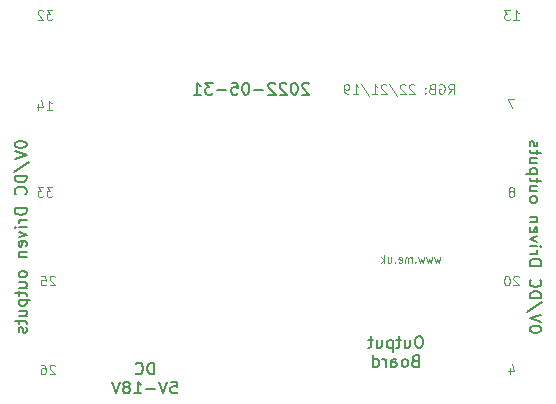
<source format=gbr>
%TF.GenerationSoftware,KiCad,Pcbnew,(6.0.5-0)*%
%TF.CreationDate,2022-05-31T16:46:48+01:00*%
%TF.ProjectId,Relay10,52656c61-7931-4302-9e6b-696361645f70,1*%
%TF.SameCoordinates,Original*%
%TF.FileFunction,Legend,Bot*%
%TF.FilePolarity,Positive*%
%FSLAX46Y46*%
G04 Gerber Fmt 4.6, Leading zero omitted, Abs format (unit mm)*
G04 Created by KiCad (PCBNEW (6.0.5-0)) date 2022-05-31 16:46:48*
%MOMM*%
%LPD*%
G01*
G04 APERTURE LIST*
%ADD10C,0.100000*%
%ADD11C,0.150000*%
G04 APERTURE END LIST*
D10*
X124652380Y-27111904D02*
X125109523Y-27111904D01*
X124880952Y-27111904D02*
X124880952Y-26311904D01*
X124957142Y-26426190D01*
X125033333Y-26502380D01*
X125109523Y-26540476D01*
X124385714Y-26311904D02*
X123890476Y-26311904D01*
X124157142Y-26616666D01*
X124042857Y-26616666D01*
X123966666Y-26654761D01*
X123928571Y-26692857D01*
X123890476Y-26769047D01*
X123890476Y-26959523D01*
X123928571Y-27035714D01*
X123966666Y-27073809D01*
X124042857Y-27111904D01*
X124271428Y-27111904D01*
X124347619Y-27073809D01*
X124385714Y-27035714D01*
X124347619Y-56578571D02*
X124347619Y-57111904D01*
X124538095Y-56273809D02*
X124728571Y-56845238D01*
X124233333Y-56845238D01*
X125109523Y-48888095D02*
X125071428Y-48850000D01*
X124995238Y-48811904D01*
X124804761Y-48811904D01*
X124728571Y-48850000D01*
X124690476Y-48888095D01*
X124652380Y-48964285D01*
X124652380Y-49040476D01*
X124690476Y-49154761D01*
X125147619Y-49611904D01*
X124652380Y-49611904D01*
X124157142Y-48811904D02*
X124080952Y-48811904D01*
X124004761Y-48850000D01*
X123966666Y-48888095D01*
X123928571Y-48964285D01*
X123890476Y-49116666D01*
X123890476Y-49307142D01*
X123928571Y-49459523D01*
X123966666Y-49535714D01*
X124004761Y-49573809D01*
X124080952Y-49611904D01*
X124157142Y-49611904D01*
X124233333Y-49573809D01*
X124271428Y-49535714D01*
X124309523Y-49459523D01*
X124347619Y-49307142D01*
X124347619Y-49116666D01*
X124309523Y-48964285D01*
X124271428Y-48888095D01*
X124233333Y-48850000D01*
X124157142Y-48811904D01*
D11*
X107357142Y-32547619D02*
X107309523Y-32500000D01*
X107214285Y-32452380D01*
X106976190Y-32452380D01*
X106880952Y-32500000D01*
X106833333Y-32547619D01*
X106785714Y-32642857D01*
X106785714Y-32738095D01*
X106833333Y-32880952D01*
X107404761Y-33452380D01*
X106785714Y-33452380D01*
X106166666Y-32452380D02*
X106071428Y-32452380D01*
X105976190Y-32500000D01*
X105928571Y-32547619D01*
X105880952Y-32642857D01*
X105833333Y-32833333D01*
X105833333Y-33071428D01*
X105880952Y-33261904D01*
X105928571Y-33357142D01*
X105976190Y-33404761D01*
X106071428Y-33452380D01*
X106166666Y-33452380D01*
X106261904Y-33404761D01*
X106309523Y-33357142D01*
X106357142Y-33261904D01*
X106404761Y-33071428D01*
X106404761Y-32833333D01*
X106357142Y-32642857D01*
X106309523Y-32547619D01*
X106261904Y-32500000D01*
X106166666Y-32452380D01*
X105452380Y-32547619D02*
X105404761Y-32500000D01*
X105309523Y-32452380D01*
X105071428Y-32452380D01*
X104976190Y-32500000D01*
X104928571Y-32547619D01*
X104880952Y-32642857D01*
X104880952Y-32738095D01*
X104928571Y-32880952D01*
X105500000Y-33452380D01*
X104880952Y-33452380D01*
X104500000Y-32547619D02*
X104452380Y-32500000D01*
X104357142Y-32452380D01*
X104119047Y-32452380D01*
X104023809Y-32500000D01*
X103976190Y-32547619D01*
X103928571Y-32642857D01*
X103928571Y-32738095D01*
X103976190Y-32880952D01*
X104547619Y-33452380D01*
X103928571Y-33452380D01*
X103500000Y-33071428D02*
X102738095Y-33071428D01*
X102071428Y-32452380D02*
X101976190Y-32452380D01*
X101880952Y-32500000D01*
X101833333Y-32547619D01*
X101785714Y-32642857D01*
X101738095Y-32833333D01*
X101738095Y-33071428D01*
X101785714Y-33261904D01*
X101833333Y-33357142D01*
X101880952Y-33404761D01*
X101976190Y-33452380D01*
X102071428Y-33452380D01*
X102166666Y-33404761D01*
X102214285Y-33357142D01*
X102261904Y-33261904D01*
X102309523Y-33071428D01*
X102309523Y-32833333D01*
X102261904Y-32642857D01*
X102214285Y-32547619D01*
X102166666Y-32500000D01*
X102071428Y-32452380D01*
X100833333Y-32452380D02*
X101309523Y-32452380D01*
X101357142Y-32928571D01*
X101309523Y-32880952D01*
X101214285Y-32833333D01*
X100976190Y-32833333D01*
X100880952Y-32880952D01*
X100833333Y-32928571D01*
X100785714Y-33023809D01*
X100785714Y-33261904D01*
X100833333Y-33357142D01*
X100880952Y-33404761D01*
X100976190Y-33452380D01*
X101214285Y-33452380D01*
X101309523Y-33404761D01*
X101357142Y-33357142D01*
X100357142Y-33071428D02*
X99595238Y-33071428D01*
X99214285Y-32452380D02*
X98595238Y-32452380D01*
X98928571Y-32833333D01*
X98785714Y-32833333D01*
X98690476Y-32880952D01*
X98642857Y-32928571D01*
X98595238Y-33023809D01*
X98595238Y-33261904D01*
X98642857Y-33357142D01*
X98690476Y-33404761D01*
X98785714Y-33452380D01*
X99071428Y-33452380D01*
X99166666Y-33404761D01*
X99214285Y-33357142D01*
X97642857Y-33452380D02*
X98214285Y-33452380D01*
X97928571Y-33452380D02*
X97928571Y-32452380D01*
X98023809Y-32595238D01*
X98119047Y-32690476D01*
X98214285Y-32738095D01*
X82452380Y-37642857D02*
X82452380Y-37738095D01*
X82500000Y-37833333D01*
X82547619Y-37880952D01*
X82642857Y-37928571D01*
X82833333Y-37976190D01*
X83071428Y-37976190D01*
X83261904Y-37928571D01*
X83357142Y-37880952D01*
X83404761Y-37833333D01*
X83452380Y-37738095D01*
X83452380Y-37642857D01*
X83404761Y-37547619D01*
X83357142Y-37500000D01*
X83261904Y-37452380D01*
X83071428Y-37404761D01*
X82833333Y-37404761D01*
X82642857Y-37452380D01*
X82547619Y-37500000D01*
X82500000Y-37547619D01*
X82452380Y-37642857D01*
X82452380Y-38261904D02*
X83452380Y-38595238D01*
X82452380Y-38928571D01*
X82404761Y-39976190D02*
X83690476Y-39119047D01*
X83452380Y-40309523D02*
X82452380Y-40309523D01*
X82452380Y-40547619D01*
X82500000Y-40690476D01*
X82595238Y-40785714D01*
X82690476Y-40833333D01*
X82880952Y-40880952D01*
X83023809Y-40880952D01*
X83214285Y-40833333D01*
X83309523Y-40785714D01*
X83404761Y-40690476D01*
X83452380Y-40547619D01*
X83452380Y-40309523D01*
X83357142Y-41880952D02*
X83404761Y-41833333D01*
X83452380Y-41690476D01*
X83452380Y-41595238D01*
X83404761Y-41452380D01*
X83309523Y-41357142D01*
X83214285Y-41309523D01*
X83023809Y-41261904D01*
X82880952Y-41261904D01*
X82690476Y-41309523D01*
X82595238Y-41357142D01*
X82500000Y-41452380D01*
X82452380Y-41595238D01*
X82452380Y-41690476D01*
X82500000Y-41833333D01*
X82547619Y-41880952D01*
X83452380Y-43071428D02*
X82452380Y-43071428D01*
X82452380Y-43309523D01*
X82500000Y-43452380D01*
X82595238Y-43547619D01*
X82690476Y-43595238D01*
X82880952Y-43642857D01*
X83023809Y-43642857D01*
X83214285Y-43595238D01*
X83309523Y-43547619D01*
X83404761Y-43452380D01*
X83452380Y-43309523D01*
X83452380Y-43071428D01*
X83452380Y-44071428D02*
X82785714Y-44071428D01*
X82976190Y-44071428D02*
X82880952Y-44119047D01*
X82833333Y-44166666D01*
X82785714Y-44261904D01*
X82785714Y-44357142D01*
X83452380Y-44690476D02*
X82785714Y-44690476D01*
X82452380Y-44690476D02*
X82500000Y-44642857D01*
X82547619Y-44690476D01*
X82500000Y-44738095D01*
X82452380Y-44690476D01*
X82547619Y-44690476D01*
X82785714Y-45071428D02*
X83452380Y-45309523D01*
X82785714Y-45547619D01*
X83404761Y-46309523D02*
X83452380Y-46214285D01*
X83452380Y-46023809D01*
X83404761Y-45928571D01*
X83309523Y-45880952D01*
X82928571Y-45880952D01*
X82833333Y-45928571D01*
X82785714Y-46023809D01*
X82785714Y-46214285D01*
X82833333Y-46309523D01*
X82928571Y-46357142D01*
X83023809Y-46357142D01*
X83119047Y-45880952D01*
X82785714Y-46785714D02*
X83452380Y-46785714D01*
X82880952Y-46785714D02*
X82833333Y-46833333D01*
X82785714Y-46928571D01*
X82785714Y-47071428D01*
X82833333Y-47166666D01*
X82928571Y-47214285D01*
X83452380Y-47214285D01*
X83452380Y-48595238D02*
X83404761Y-48500000D01*
X83357142Y-48452380D01*
X83261904Y-48404761D01*
X82976190Y-48404761D01*
X82880952Y-48452380D01*
X82833333Y-48500000D01*
X82785714Y-48595238D01*
X82785714Y-48738095D01*
X82833333Y-48833333D01*
X82880952Y-48880952D01*
X82976190Y-48928571D01*
X83261904Y-48928571D01*
X83357142Y-48880952D01*
X83404761Y-48833333D01*
X83452380Y-48738095D01*
X83452380Y-48595238D01*
X82785714Y-49785714D02*
X83452380Y-49785714D01*
X82785714Y-49357142D02*
X83309523Y-49357142D01*
X83404761Y-49404761D01*
X83452380Y-49500000D01*
X83452380Y-49642857D01*
X83404761Y-49738095D01*
X83357142Y-49785714D01*
X82785714Y-50119047D02*
X82785714Y-50500000D01*
X82452380Y-50261904D02*
X83309523Y-50261904D01*
X83404761Y-50309523D01*
X83452380Y-50404761D01*
X83452380Y-50500000D01*
X82785714Y-50833333D02*
X83785714Y-50833333D01*
X82833333Y-50833333D02*
X82785714Y-50928571D01*
X82785714Y-51119047D01*
X82833333Y-51214285D01*
X82880952Y-51261904D01*
X82976190Y-51309523D01*
X83261904Y-51309523D01*
X83357142Y-51261904D01*
X83404761Y-51214285D01*
X83452380Y-51119047D01*
X83452380Y-50928571D01*
X83404761Y-50833333D01*
X82785714Y-52166666D02*
X83452380Y-52166666D01*
X82785714Y-51738095D02*
X83309523Y-51738095D01*
X83404761Y-51785714D01*
X83452380Y-51880952D01*
X83452380Y-52023809D01*
X83404761Y-52119047D01*
X83357142Y-52166666D01*
X82785714Y-52500000D02*
X82785714Y-52880952D01*
X82452380Y-52642857D02*
X83309523Y-52642857D01*
X83404761Y-52690476D01*
X83452380Y-52785714D01*
X83452380Y-52880952D01*
X83404761Y-53166666D02*
X83452380Y-53261904D01*
X83452380Y-53452380D01*
X83404761Y-53547619D01*
X83309523Y-53595238D01*
X83261904Y-53595238D01*
X83166666Y-53547619D01*
X83119047Y-53452380D01*
X83119047Y-53309523D01*
X83071428Y-53214285D01*
X82976190Y-53166666D01*
X82928571Y-53166666D01*
X82833333Y-53214285D01*
X82785714Y-53309523D01*
X82785714Y-53452380D01*
X82833333Y-53547619D01*
D10*
X85647619Y-26311904D02*
X85152380Y-26311904D01*
X85419047Y-26616666D01*
X85304761Y-26616666D01*
X85228571Y-26654761D01*
X85190476Y-26692857D01*
X85152380Y-26769047D01*
X85152380Y-26959523D01*
X85190476Y-27035714D01*
X85228571Y-27073809D01*
X85304761Y-27111904D01*
X85533333Y-27111904D01*
X85609523Y-27073809D01*
X85647619Y-27035714D01*
X84847619Y-26388095D02*
X84809523Y-26350000D01*
X84733333Y-26311904D01*
X84542857Y-26311904D01*
X84466666Y-26350000D01*
X84428571Y-26388095D01*
X84390476Y-26464285D01*
X84390476Y-26540476D01*
X84428571Y-26654761D01*
X84885714Y-27111904D01*
X84390476Y-27111904D01*
X85859523Y-48888095D02*
X85821428Y-48850000D01*
X85745238Y-48811904D01*
X85554761Y-48811904D01*
X85478571Y-48850000D01*
X85440476Y-48888095D01*
X85402380Y-48964285D01*
X85402380Y-49040476D01*
X85440476Y-49154761D01*
X85897619Y-49611904D01*
X85402380Y-49611904D01*
X84678571Y-48811904D02*
X85059523Y-48811904D01*
X85097619Y-49192857D01*
X85059523Y-49154761D01*
X84983333Y-49116666D01*
X84792857Y-49116666D01*
X84716666Y-49154761D01*
X84678571Y-49192857D01*
X84640476Y-49269047D01*
X84640476Y-49459523D01*
X84678571Y-49535714D01*
X84716666Y-49573809D01*
X84792857Y-49611904D01*
X84983333Y-49611904D01*
X85059523Y-49573809D01*
X85097619Y-49535714D01*
X85859523Y-56388095D02*
X85821428Y-56350000D01*
X85745238Y-56311904D01*
X85554761Y-56311904D01*
X85478571Y-56350000D01*
X85440476Y-56388095D01*
X85402380Y-56464285D01*
X85402380Y-56540476D01*
X85440476Y-56654761D01*
X85897619Y-57111904D01*
X85402380Y-57111904D01*
X84716666Y-56311904D02*
X84869047Y-56311904D01*
X84945238Y-56350000D01*
X84983333Y-56388095D01*
X85059523Y-56502380D01*
X85097619Y-56654761D01*
X85097619Y-56959523D01*
X85059523Y-57035714D01*
X85021428Y-57073809D01*
X84945238Y-57111904D01*
X84792857Y-57111904D01*
X84716666Y-57073809D01*
X84678571Y-57035714D01*
X84640476Y-56959523D01*
X84640476Y-56769047D01*
X84678571Y-56692857D01*
X84716666Y-56654761D01*
X84792857Y-56616666D01*
X84945238Y-56616666D01*
X85021428Y-56654761D01*
X85059523Y-56692857D01*
X85097619Y-56769047D01*
X124576190Y-41654761D02*
X124652380Y-41616666D01*
X124690476Y-41578571D01*
X124728571Y-41502380D01*
X124728571Y-41464285D01*
X124690476Y-41388095D01*
X124652380Y-41350000D01*
X124576190Y-41311904D01*
X124423809Y-41311904D01*
X124347619Y-41350000D01*
X124309523Y-41388095D01*
X124271428Y-41464285D01*
X124271428Y-41502380D01*
X124309523Y-41578571D01*
X124347619Y-41616666D01*
X124423809Y-41654761D01*
X124576190Y-41654761D01*
X124652380Y-41692857D01*
X124690476Y-41730952D01*
X124728571Y-41807142D01*
X124728571Y-41959523D01*
X124690476Y-42035714D01*
X124652380Y-42073809D01*
X124576190Y-42111904D01*
X124423809Y-42111904D01*
X124347619Y-42073809D01*
X124309523Y-42035714D01*
X124271428Y-41959523D01*
X124271428Y-41807142D01*
X124309523Y-41730952D01*
X124347619Y-41692857D01*
X124423809Y-41654761D01*
D11*
X94261904Y-57147380D02*
X94261904Y-56147380D01*
X94023809Y-56147380D01*
X93880952Y-56195000D01*
X93785714Y-56290238D01*
X93738095Y-56385476D01*
X93690476Y-56575952D01*
X93690476Y-56718809D01*
X93738095Y-56909285D01*
X93785714Y-57004523D01*
X93880952Y-57099761D01*
X94023809Y-57147380D01*
X94261904Y-57147380D01*
X92690476Y-57052142D02*
X92738095Y-57099761D01*
X92880952Y-57147380D01*
X92976190Y-57147380D01*
X93119047Y-57099761D01*
X93214285Y-57004523D01*
X93261904Y-56909285D01*
X93309523Y-56718809D01*
X93309523Y-56575952D01*
X93261904Y-56385476D01*
X93214285Y-56290238D01*
X93119047Y-56195000D01*
X92976190Y-56147380D01*
X92880952Y-56147380D01*
X92738095Y-56195000D01*
X92690476Y-56242619D01*
X95690476Y-57757380D02*
X96166666Y-57757380D01*
X96214285Y-58233571D01*
X96166666Y-58185952D01*
X96071428Y-58138333D01*
X95833333Y-58138333D01*
X95738095Y-58185952D01*
X95690476Y-58233571D01*
X95642857Y-58328809D01*
X95642857Y-58566904D01*
X95690476Y-58662142D01*
X95738095Y-58709761D01*
X95833333Y-58757380D01*
X96071428Y-58757380D01*
X96166666Y-58709761D01*
X96214285Y-58662142D01*
X95357142Y-57757380D02*
X95023809Y-58757380D01*
X94690476Y-57757380D01*
X94357142Y-58376428D02*
X93595238Y-58376428D01*
X92595238Y-58757380D02*
X93166666Y-58757380D01*
X92880952Y-58757380D02*
X92880952Y-57757380D01*
X92976190Y-57900238D01*
X93071428Y-57995476D01*
X93166666Y-58043095D01*
X92023809Y-58185952D02*
X92119047Y-58138333D01*
X92166666Y-58090714D01*
X92214285Y-57995476D01*
X92214285Y-57947857D01*
X92166666Y-57852619D01*
X92119047Y-57805000D01*
X92023809Y-57757380D01*
X91833333Y-57757380D01*
X91738095Y-57805000D01*
X91690476Y-57852619D01*
X91642857Y-57947857D01*
X91642857Y-57995476D01*
X91690476Y-58090714D01*
X91738095Y-58138333D01*
X91833333Y-58185952D01*
X92023809Y-58185952D01*
X92119047Y-58233571D01*
X92166666Y-58281190D01*
X92214285Y-58376428D01*
X92214285Y-58566904D01*
X92166666Y-58662142D01*
X92119047Y-58709761D01*
X92023809Y-58757380D01*
X91833333Y-58757380D01*
X91738095Y-58709761D01*
X91690476Y-58662142D01*
X91642857Y-58566904D01*
X91642857Y-58376428D01*
X91690476Y-58281190D01*
X91738095Y-58233571D01*
X91833333Y-58185952D01*
X91357142Y-57757380D02*
X91023809Y-58757380D01*
X90690476Y-57757380D01*
D10*
X119171428Y-33361904D02*
X119438095Y-32980952D01*
X119628571Y-33361904D02*
X119628571Y-32561904D01*
X119323809Y-32561904D01*
X119247619Y-32600000D01*
X119209523Y-32638095D01*
X119171428Y-32714285D01*
X119171428Y-32828571D01*
X119209523Y-32904761D01*
X119247619Y-32942857D01*
X119323809Y-32980952D01*
X119628571Y-32980952D01*
X118409523Y-32600000D02*
X118485714Y-32561904D01*
X118600000Y-32561904D01*
X118714285Y-32600000D01*
X118790476Y-32676190D01*
X118828571Y-32752380D01*
X118866666Y-32904761D01*
X118866666Y-33019047D01*
X118828571Y-33171428D01*
X118790476Y-33247619D01*
X118714285Y-33323809D01*
X118600000Y-33361904D01*
X118523809Y-33361904D01*
X118409523Y-33323809D01*
X118371428Y-33285714D01*
X118371428Y-33019047D01*
X118523809Y-33019047D01*
X117761904Y-32942857D02*
X117647619Y-32980952D01*
X117609523Y-33019047D01*
X117571428Y-33095238D01*
X117571428Y-33209523D01*
X117609523Y-33285714D01*
X117647619Y-33323809D01*
X117723809Y-33361904D01*
X118028571Y-33361904D01*
X118028571Y-32561904D01*
X117761904Y-32561904D01*
X117685714Y-32600000D01*
X117647619Y-32638095D01*
X117609523Y-32714285D01*
X117609523Y-32790476D01*
X117647619Y-32866666D01*
X117685714Y-32904761D01*
X117761904Y-32942857D01*
X118028571Y-32942857D01*
X117228571Y-33285714D02*
X117190476Y-33323809D01*
X117228571Y-33361904D01*
X117266666Y-33323809D01*
X117228571Y-33285714D01*
X117228571Y-33361904D01*
X117228571Y-32866666D02*
X117190476Y-32904761D01*
X117228571Y-32942857D01*
X117266666Y-32904761D01*
X117228571Y-32866666D01*
X117228571Y-32942857D01*
X116276190Y-32638095D02*
X116238095Y-32600000D01*
X116161904Y-32561904D01*
X115971428Y-32561904D01*
X115895238Y-32600000D01*
X115857142Y-32638095D01*
X115819047Y-32714285D01*
X115819047Y-32790476D01*
X115857142Y-32904761D01*
X116314285Y-33361904D01*
X115819047Y-33361904D01*
X115514285Y-32638095D02*
X115476190Y-32600000D01*
X115400000Y-32561904D01*
X115209523Y-32561904D01*
X115133333Y-32600000D01*
X115095238Y-32638095D01*
X115057142Y-32714285D01*
X115057142Y-32790476D01*
X115095238Y-32904761D01*
X115552380Y-33361904D01*
X115057142Y-33361904D01*
X114142857Y-32523809D02*
X114828571Y-33552380D01*
X113914285Y-32638095D02*
X113876190Y-32600000D01*
X113800000Y-32561904D01*
X113609523Y-32561904D01*
X113533333Y-32600000D01*
X113495238Y-32638095D01*
X113457142Y-32714285D01*
X113457142Y-32790476D01*
X113495238Y-32904761D01*
X113952380Y-33361904D01*
X113457142Y-33361904D01*
X112695238Y-33361904D02*
X113152380Y-33361904D01*
X112923809Y-33361904D02*
X112923809Y-32561904D01*
X113000000Y-32676190D01*
X113076190Y-32752380D01*
X113152380Y-32790476D01*
X111780952Y-32523809D02*
X112466666Y-33552380D01*
X111095238Y-33361904D02*
X111552380Y-33361904D01*
X111323809Y-33361904D02*
X111323809Y-32561904D01*
X111400000Y-32676190D01*
X111476190Y-32752380D01*
X111552380Y-32790476D01*
X110714285Y-33361904D02*
X110561904Y-33361904D01*
X110485714Y-33323809D01*
X110447619Y-33285714D01*
X110371428Y-33171428D01*
X110333333Y-33019047D01*
X110333333Y-32714285D01*
X110371428Y-32638095D01*
X110409523Y-32600000D01*
X110485714Y-32561904D01*
X110638095Y-32561904D01*
X110714285Y-32600000D01*
X110752380Y-32638095D01*
X110790476Y-32714285D01*
X110790476Y-32904761D01*
X110752380Y-32980952D01*
X110714285Y-33019047D01*
X110638095Y-33057142D01*
X110485714Y-33057142D01*
X110409523Y-33019047D01*
X110371428Y-32980952D01*
X110333333Y-32904761D01*
D11*
X116773809Y-53897380D02*
X116583333Y-53897380D01*
X116488095Y-53945000D01*
X116392857Y-54040238D01*
X116345238Y-54230714D01*
X116345238Y-54564047D01*
X116392857Y-54754523D01*
X116488095Y-54849761D01*
X116583333Y-54897380D01*
X116773809Y-54897380D01*
X116869047Y-54849761D01*
X116964285Y-54754523D01*
X117011904Y-54564047D01*
X117011904Y-54230714D01*
X116964285Y-54040238D01*
X116869047Y-53945000D01*
X116773809Y-53897380D01*
X115488095Y-54230714D02*
X115488095Y-54897380D01*
X115916666Y-54230714D02*
X115916666Y-54754523D01*
X115869047Y-54849761D01*
X115773809Y-54897380D01*
X115630952Y-54897380D01*
X115535714Y-54849761D01*
X115488095Y-54802142D01*
X115154761Y-54230714D02*
X114773809Y-54230714D01*
X115011904Y-53897380D02*
X115011904Y-54754523D01*
X114964285Y-54849761D01*
X114869047Y-54897380D01*
X114773809Y-54897380D01*
X114440476Y-54230714D02*
X114440476Y-55230714D01*
X114440476Y-54278333D02*
X114345238Y-54230714D01*
X114154761Y-54230714D01*
X114059523Y-54278333D01*
X114011904Y-54325952D01*
X113964285Y-54421190D01*
X113964285Y-54706904D01*
X114011904Y-54802142D01*
X114059523Y-54849761D01*
X114154761Y-54897380D01*
X114345238Y-54897380D01*
X114440476Y-54849761D01*
X113107142Y-54230714D02*
X113107142Y-54897380D01*
X113535714Y-54230714D02*
X113535714Y-54754523D01*
X113488095Y-54849761D01*
X113392857Y-54897380D01*
X113250000Y-54897380D01*
X113154761Y-54849761D01*
X113107142Y-54802142D01*
X112773809Y-54230714D02*
X112392857Y-54230714D01*
X112630952Y-53897380D02*
X112630952Y-54754523D01*
X112583333Y-54849761D01*
X112488095Y-54897380D01*
X112392857Y-54897380D01*
X116345238Y-55983571D02*
X116202380Y-56031190D01*
X116154761Y-56078809D01*
X116107142Y-56174047D01*
X116107142Y-56316904D01*
X116154761Y-56412142D01*
X116202380Y-56459761D01*
X116297619Y-56507380D01*
X116678571Y-56507380D01*
X116678571Y-55507380D01*
X116345238Y-55507380D01*
X116250000Y-55555000D01*
X116202380Y-55602619D01*
X116154761Y-55697857D01*
X116154761Y-55793095D01*
X116202380Y-55888333D01*
X116250000Y-55935952D01*
X116345238Y-55983571D01*
X116678571Y-55983571D01*
X115535714Y-56507380D02*
X115630952Y-56459761D01*
X115678571Y-56412142D01*
X115726190Y-56316904D01*
X115726190Y-56031190D01*
X115678571Y-55935952D01*
X115630952Y-55888333D01*
X115535714Y-55840714D01*
X115392857Y-55840714D01*
X115297619Y-55888333D01*
X115250000Y-55935952D01*
X115202380Y-56031190D01*
X115202380Y-56316904D01*
X115250000Y-56412142D01*
X115297619Y-56459761D01*
X115392857Y-56507380D01*
X115535714Y-56507380D01*
X114345238Y-56507380D02*
X114345238Y-55983571D01*
X114392857Y-55888333D01*
X114488095Y-55840714D01*
X114678571Y-55840714D01*
X114773809Y-55888333D01*
X114345238Y-56459761D02*
X114440476Y-56507380D01*
X114678571Y-56507380D01*
X114773809Y-56459761D01*
X114821428Y-56364523D01*
X114821428Y-56269285D01*
X114773809Y-56174047D01*
X114678571Y-56126428D01*
X114440476Y-56126428D01*
X114345238Y-56078809D01*
X113869047Y-56507380D02*
X113869047Y-55840714D01*
X113869047Y-56031190D02*
X113821428Y-55935952D01*
X113773809Y-55888333D01*
X113678571Y-55840714D01*
X113583333Y-55840714D01*
X112821428Y-56507380D02*
X112821428Y-55507380D01*
X112821428Y-56459761D02*
X112916666Y-56507380D01*
X113107142Y-56507380D01*
X113202380Y-56459761D01*
X113250000Y-56412142D01*
X113297619Y-56316904D01*
X113297619Y-56031190D01*
X113250000Y-55935952D01*
X113202380Y-55888333D01*
X113107142Y-55840714D01*
X112916666Y-55840714D01*
X112821428Y-55888333D01*
D10*
X85152380Y-34761904D02*
X85609523Y-34761904D01*
X85380952Y-34761904D02*
X85380952Y-33961904D01*
X85457142Y-34076190D01*
X85533333Y-34152380D01*
X85609523Y-34190476D01*
X84466666Y-34228571D02*
X84466666Y-34761904D01*
X84657142Y-33923809D02*
X84847619Y-34495238D01*
X84352380Y-34495238D01*
X124766666Y-33811904D02*
X124233333Y-33811904D01*
X124576190Y-34611904D01*
D11*
X127047619Y-53357142D02*
X127047619Y-53261904D01*
X127000000Y-53166666D01*
X126952380Y-53119047D01*
X126857142Y-53071428D01*
X126666666Y-53023809D01*
X126428571Y-53023809D01*
X126238095Y-53071428D01*
X126142857Y-53119047D01*
X126095238Y-53166666D01*
X126047619Y-53261904D01*
X126047619Y-53357142D01*
X126095238Y-53452380D01*
X126142857Y-53500000D01*
X126238095Y-53547619D01*
X126428571Y-53595238D01*
X126666666Y-53595238D01*
X126857142Y-53547619D01*
X126952380Y-53500000D01*
X127000000Y-53452380D01*
X127047619Y-53357142D01*
X127047619Y-52738095D02*
X126047619Y-52404761D01*
X127047619Y-52071428D01*
X127095238Y-51023809D02*
X125809523Y-51880952D01*
X126047619Y-50690476D02*
X127047619Y-50690476D01*
X127047619Y-50452380D01*
X127000000Y-50309523D01*
X126904761Y-50214285D01*
X126809523Y-50166666D01*
X126619047Y-50119047D01*
X126476190Y-50119047D01*
X126285714Y-50166666D01*
X126190476Y-50214285D01*
X126095238Y-50309523D01*
X126047619Y-50452380D01*
X126047619Y-50690476D01*
X126142857Y-49119047D02*
X126095238Y-49166666D01*
X126047619Y-49309523D01*
X126047619Y-49404761D01*
X126095238Y-49547619D01*
X126190476Y-49642857D01*
X126285714Y-49690476D01*
X126476190Y-49738095D01*
X126619047Y-49738095D01*
X126809523Y-49690476D01*
X126904761Y-49642857D01*
X127000000Y-49547619D01*
X127047619Y-49404761D01*
X127047619Y-49309523D01*
X127000000Y-49166666D01*
X126952380Y-49119047D01*
X126047619Y-47928571D02*
X127047619Y-47928571D01*
X127047619Y-47690476D01*
X127000000Y-47547619D01*
X126904761Y-47452380D01*
X126809523Y-47404761D01*
X126619047Y-47357142D01*
X126476190Y-47357142D01*
X126285714Y-47404761D01*
X126190476Y-47452380D01*
X126095238Y-47547619D01*
X126047619Y-47690476D01*
X126047619Y-47928571D01*
X126047619Y-46928571D02*
X126714285Y-46928571D01*
X126523809Y-46928571D02*
X126619047Y-46880952D01*
X126666666Y-46833333D01*
X126714285Y-46738095D01*
X126714285Y-46642857D01*
X126047619Y-46309523D02*
X126714285Y-46309523D01*
X127047619Y-46309523D02*
X127000000Y-46357142D01*
X126952380Y-46309523D01*
X127000000Y-46261904D01*
X127047619Y-46309523D01*
X126952380Y-46309523D01*
X126714285Y-45928571D02*
X126047619Y-45690476D01*
X126714285Y-45452380D01*
X126095238Y-44690476D02*
X126047619Y-44785714D01*
X126047619Y-44976190D01*
X126095238Y-45071428D01*
X126190476Y-45119047D01*
X126571428Y-45119047D01*
X126666666Y-45071428D01*
X126714285Y-44976190D01*
X126714285Y-44785714D01*
X126666666Y-44690476D01*
X126571428Y-44642857D01*
X126476190Y-44642857D01*
X126380952Y-45119047D01*
X126714285Y-44214285D02*
X126047619Y-44214285D01*
X126619047Y-44214285D02*
X126666666Y-44166666D01*
X126714285Y-44071428D01*
X126714285Y-43928571D01*
X126666666Y-43833333D01*
X126571428Y-43785714D01*
X126047619Y-43785714D01*
X126047619Y-42404761D02*
X126095238Y-42500000D01*
X126142857Y-42547619D01*
X126238095Y-42595238D01*
X126523809Y-42595238D01*
X126619047Y-42547619D01*
X126666666Y-42500000D01*
X126714285Y-42404761D01*
X126714285Y-42261904D01*
X126666666Y-42166666D01*
X126619047Y-42119047D01*
X126523809Y-42071428D01*
X126238095Y-42071428D01*
X126142857Y-42119047D01*
X126095238Y-42166666D01*
X126047619Y-42261904D01*
X126047619Y-42404761D01*
X126714285Y-41214285D02*
X126047619Y-41214285D01*
X126714285Y-41642857D02*
X126190476Y-41642857D01*
X126095238Y-41595238D01*
X126047619Y-41500000D01*
X126047619Y-41357142D01*
X126095238Y-41261904D01*
X126142857Y-41214285D01*
X126714285Y-40880952D02*
X126714285Y-40500000D01*
X127047619Y-40738095D02*
X126190476Y-40738095D01*
X126095238Y-40690476D01*
X126047619Y-40595238D01*
X126047619Y-40500000D01*
X126714285Y-40166666D02*
X125714285Y-40166666D01*
X126666666Y-40166666D02*
X126714285Y-40071428D01*
X126714285Y-39880952D01*
X126666666Y-39785714D01*
X126619047Y-39738095D01*
X126523809Y-39690476D01*
X126238095Y-39690476D01*
X126142857Y-39738095D01*
X126095238Y-39785714D01*
X126047619Y-39880952D01*
X126047619Y-40071428D01*
X126095238Y-40166666D01*
X126714285Y-38833333D02*
X126047619Y-38833333D01*
X126714285Y-39261904D02*
X126190476Y-39261904D01*
X126095238Y-39214285D01*
X126047619Y-39119047D01*
X126047619Y-38976190D01*
X126095238Y-38880952D01*
X126142857Y-38833333D01*
X126714285Y-38500000D02*
X126714285Y-38119047D01*
X127047619Y-38357142D02*
X126190476Y-38357142D01*
X126095238Y-38309523D01*
X126047619Y-38214285D01*
X126047619Y-38119047D01*
X126095238Y-37833333D02*
X126047619Y-37738095D01*
X126047619Y-37547619D01*
X126095238Y-37452380D01*
X126190476Y-37404761D01*
X126238095Y-37404761D01*
X126333333Y-37452380D01*
X126380952Y-37547619D01*
X126380952Y-37690476D01*
X126428571Y-37785714D01*
X126523809Y-37833333D01*
X126571428Y-37833333D01*
X126666666Y-37785714D01*
X126714285Y-37690476D01*
X126714285Y-37547619D01*
X126666666Y-37452380D01*
D10*
X85647619Y-41311904D02*
X85152380Y-41311904D01*
X85419047Y-41616666D01*
X85304761Y-41616666D01*
X85228571Y-41654761D01*
X85190476Y-41692857D01*
X85152380Y-41769047D01*
X85152380Y-41959523D01*
X85190476Y-42035714D01*
X85228571Y-42073809D01*
X85304761Y-42111904D01*
X85533333Y-42111904D01*
X85609523Y-42073809D01*
X85647619Y-42035714D01*
X84885714Y-41311904D02*
X84390476Y-41311904D01*
X84657142Y-41616666D01*
X84542857Y-41616666D01*
X84466666Y-41654761D01*
X84428571Y-41692857D01*
X84390476Y-41769047D01*
X84390476Y-41959523D01*
X84428571Y-42035714D01*
X84466666Y-42073809D01*
X84542857Y-42111904D01*
X84771428Y-42111904D01*
X84847619Y-42073809D01*
X84885714Y-42035714D01*
%TO.C,AJK1*%
X118487142Y-47235714D02*
X118363333Y-47669047D01*
X118239523Y-47359523D01*
X118115714Y-47669047D01*
X117991904Y-47235714D01*
X117806190Y-47235714D02*
X117682380Y-47669047D01*
X117558571Y-47359523D01*
X117434761Y-47669047D01*
X117310952Y-47235714D01*
X117125238Y-47235714D02*
X117001428Y-47669047D01*
X116877619Y-47359523D01*
X116753809Y-47669047D01*
X116630000Y-47235714D01*
X116382380Y-47607142D02*
X116351428Y-47638095D01*
X116382380Y-47669047D01*
X116413333Y-47638095D01*
X116382380Y-47607142D01*
X116382380Y-47669047D01*
X116072857Y-47669047D02*
X116072857Y-47235714D01*
X116072857Y-47297619D02*
X116041904Y-47266666D01*
X115980000Y-47235714D01*
X115887142Y-47235714D01*
X115825238Y-47266666D01*
X115794285Y-47328571D01*
X115794285Y-47669047D01*
X115794285Y-47328571D02*
X115763333Y-47266666D01*
X115701428Y-47235714D01*
X115608571Y-47235714D01*
X115546666Y-47266666D01*
X115515714Y-47328571D01*
X115515714Y-47669047D01*
X114958571Y-47638095D02*
X115020476Y-47669047D01*
X115144285Y-47669047D01*
X115206190Y-47638095D01*
X115237142Y-47576190D01*
X115237142Y-47328571D01*
X115206190Y-47266666D01*
X115144285Y-47235714D01*
X115020476Y-47235714D01*
X114958571Y-47266666D01*
X114927619Y-47328571D01*
X114927619Y-47390476D01*
X115237142Y-47452380D01*
X114649047Y-47607142D02*
X114618095Y-47638095D01*
X114649047Y-47669047D01*
X114680000Y-47638095D01*
X114649047Y-47607142D01*
X114649047Y-47669047D01*
X114060952Y-47235714D02*
X114060952Y-47669047D01*
X114339523Y-47235714D02*
X114339523Y-47576190D01*
X114308571Y-47638095D01*
X114246666Y-47669047D01*
X114153809Y-47669047D01*
X114091904Y-47638095D01*
X114060952Y-47607142D01*
X113751428Y-47669047D02*
X113751428Y-47019047D01*
X113689523Y-47421428D02*
X113503809Y-47669047D01*
X113503809Y-47235714D02*
X113751428Y-47483333D01*
%TD*%
M02*

</source>
